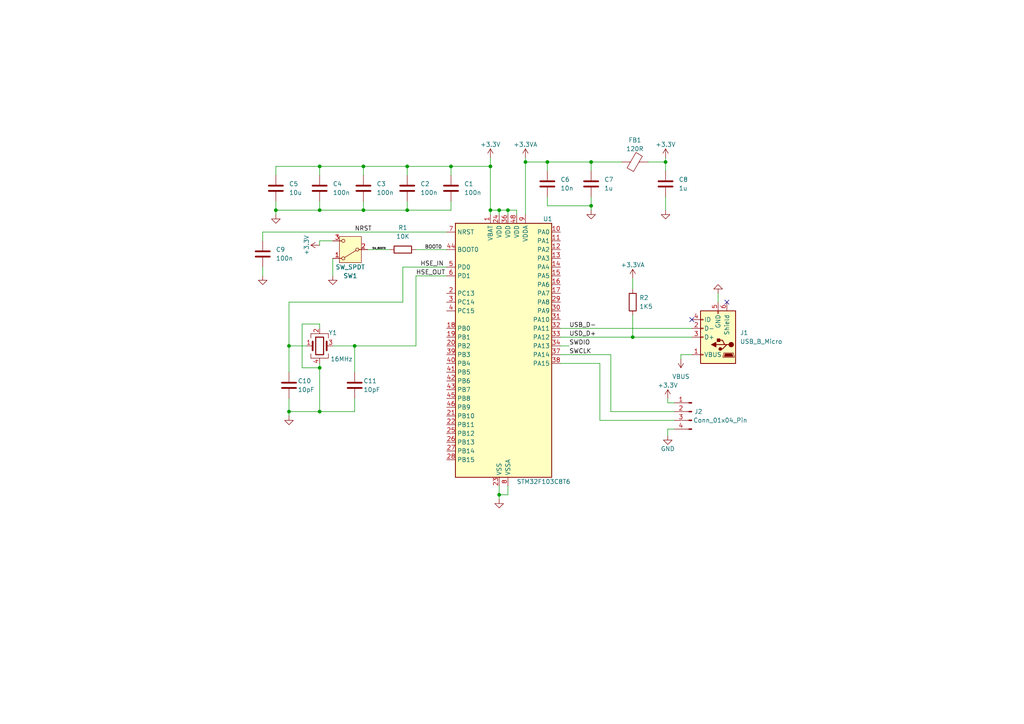
<source format=kicad_sch>
(kicad_sch (version 20230121) (generator eeschema)
  (paper "A4")
  (lib_symbols
    (symbol "Connector:Conn_01x04_Pin" (pin_names (offset 1.016) hide)
      (property "Reference" "J" (at 0 5.08 0))
      (property "Value" "Conn_01x04_Pin" (at 0 -7.62 0))
      (symbol "Conn_01x04_Pin_1_1"
        (polyline (pts (xy 1.27 -5.08) (xy 0.8636 -5.08)) (stroke (width 0.1524)))
        (polyline (pts (xy 1.27 -2.54) (xy 0.8636 -2.54)) (stroke (width 0.1524)))
        (polyline (pts (xy 1.27 0) (xy 0.8636 0)) (stroke (width 0.1524)))
        (polyline (pts (xy 1.27 2.54) (xy 0.8636 2.54)) (stroke (width 0.1524)))
        (rectangle (start 0.8636 -4.953) (end 0 -5.207) (stroke (width 0.1524)) (fill (type outline)))
        (rectangle (start 0.8636 -2.413) (end 0 -2.667) (stroke (width 0.1524)) (fill (type outline)))
        (rectangle (start 0.8636 0.127) (end 0 -0.127) (stroke (width 0.1524)) (fill (type outline)))
        (rectangle (start 0.8636 2.667) (end 0 2.413) (stroke (width 0.1524)) (fill (type outline)))
        (pin passive line (at 5.08 2.54 180) (length 3.81) (name "Pin_1") (number "1"))
        (pin passive line (at 5.08 0 180) (length 3.81) (name "Pin_2") (number "2"))
        (pin passive line (at 5.08 -2.54 180) (length 3.81) (name "Pin_3") (number "3"))
        (pin passive line (at 5.08 -5.08 180) (length 3.81) (name "Pin_4") (number "4"))
      )
    )
    (symbol "Connector:USB_B_Micro" (pin_names (offset 1.016))
      (property "Reference" "J" (at -5.08 11.43 0))
      (property "Value" "USB_B_Micro" (at -5.08 8.89 0))
      (symbol "USB_B_Micro_0_1"
        (rectangle (start -5.08 -7.62) (end 5.08 7.62) (stroke (width 0.254)) (fill (type background)))
        (circle (center -3.81 2.159) (radius 0.635) (stroke (width 0.254)) (fill (type outline)))
        (circle (center -0.635 3.429) (radius 0.381) (stroke (width 0.254)) (fill (type outline)))
        (rectangle (start -0.127 -7.62) (end 0.127 -6.858))
        (polyline (pts (xy -1.905 2.159) (xy 0.635 2.159)) (stroke (width 0.254)))
        (polyline (pts (xy -3.175 2.159) (xy -2.54 2.159) (xy -1.27 3.429) (xy -0.635 3.429)) (stroke (width 0.254)))
        (polyline (pts (xy -2.54 2.159) (xy -1.905 2.159) (xy -1.27 0.889) (xy 0 0.889)) (stroke (width 0.254)))
        (polyline (pts (xy 0.635 2.794) (xy 0.635 1.524) (xy 1.905 2.159) (xy 0.635 2.794)) (stroke (width 0.254)) (fill (type outline)))
        (polyline (pts (xy -4.318 5.588) (xy -1.778 5.588) (xy -2.032 4.826) (xy -4.064 4.826) (xy -4.318 5.588)) (fill (type outline)))
        (polyline (pts (xy -4.699 5.842) (xy -4.699 5.588) (xy -4.445 4.826) (xy -4.445 4.572) (xy -1.651 4.572) (xy -1.651 4.826) (xy -1.397 5.588) (xy -1.397 5.842) (xy -4.699 5.842)))
        (rectangle (start 0.254 1.27) (end -0.508 0.508) (stroke (width 0.254)) (fill (type outline)))
        (rectangle (start 5.08 -5.207) (end 4.318 -4.953))
        (rectangle (start 5.08 -2.667) (end 4.318 -2.413))
        (rectangle (start 5.08 -0.127) (end 4.318 0.127))
        (rectangle (start 5.08 4.953) (end 4.318 5.207))
      )
      (symbol "USB_B_Micro_1_1"
        (pin power_out line (at 7.62 5.08 180) (length 2.54) (name "VBUS") (number "1"))
        (pin bidirectional line (at 7.62 -2.54 180) (length 2.54) (name "D-") (number "2"))
        (pin bidirectional line (at 7.62 0 180) (length 2.54) (name "D+") (number "3"))
        (pin passive line (at 7.62 -5.08 180) (length 2.54) (name "ID") (number "4"))
        (pin power_out line (at 0 -10.16 90) (length 2.54) (name "GND") (number "5"))
        (pin passive line (at -2.54 -10.16 90) (length 2.54) (name "Shield") (number "6"))
      )
    )
    (symbol "Device:C" (pin_numbers hide) (pin_names (offset 0.254))
      (property "Reference" "C" (at 0.635 2.54 0))
      (property "Value" "C" (at 0.635 -2.54 0))
      (symbol "C_0_1"
        (polyline (pts (xy -2.032 -0.762) (xy 2.032 -0.762)) (stroke (width 0.508)))
        (polyline (pts (xy -2.032 0.762) (xy 2.032 0.762)) (stroke (width 0.508)))
      )
      (symbol "C_1_1"
        (pin passive line (at 0 3.81 270) (length 2.794) (name "~") (number "1"))
        (pin passive line (at 0 -3.81 90) (length 2.794) (name "~") (number "2"))
      )
    )
    (symbol "Device:Crystal_GND24" (pin_names (offset 1.016) hide)
      (property "Reference" "Y" (at 3.175 5.08 0))
      (property "Value" "Crystal_GND24" (at 3.175 3.175 0))
      (symbol "Crystal_GND24_0_1"
        (rectangle (start -1.143 2.54) (end 1.143 -2.54) (stroke (width 0.3048)))
        (polyline (pts (xy -2.54 0) (xy -2.032 0)))
        (polyline (pts (xy -2.032 -1.27) (xy -2.032 1.27)) (stroke (width 0.508)))
        (polyline (pts (xy 0 -3.81) (xy 0 -3.556)))
        (polyline (pts (xy 0 3.556) (xy 0 3.81)))
        (polyline (pts (xy 2.032 -1.27) (xy 2.032 1.27)) (stroke (width 0.508)))
        (polyline (pts (xy 2.032 0) (xy 2.54 0)))
        (polyline (pts (xy -2.54 -2.286) (xy -2.54 -3.556) (xy 2.54 -3.556) (xy 2.54 -2.286)))
        (polyline (pts (xy -2.54 2.286) (xy -2.54 3.556) (xy 2.54 3.556) (xy 2.54 2.286)))
      )
      (symbol "Crystal_GND24_1_1"
        (pin passive line (at -3.81 0 0) (length 1.27) (name "1") (number "1"))
        (pin passive line (at 0 5.08 270) (length 1.27) (name "2") (number "2"))
        (pin passive line (at 3.81 0 180) (length 1.27) (name "3") (number "3"))
        (pin passive line (at 0 -5.08 90) (length 1.27) (name "4") (number "4"))
      )
    )
    (symbol "Device:FerriteBead" (pin_numbers hide) (pin_names (offset 0))
      (property "Reference" "FB" (at -3.81 0.635 90))
      (property "Value" "FerriteBead" (at 3.81 0 90))
      (symbol "FerriteBead_0_1"
        (polyline (pts (xy 0 -1.27) (xy 0 -1.2192)))
        (polyline (pts (xy 0 1.27) (xy 0 1.2954)))
        (polyline (pts (xy -2.7686 0.4064) (xy -1.7018 2.2606) (xy 2.7686 -0.3048) (xy 1.6764 -2.159) (xy -2.7686 0.4064)))
      )
      (symbol "FerriteBead_1_1"
        (pin passive line (at 0 3.81 270) (length 2.54) (name "~") (number "1"))
        (pin passive line (at 0 -3.81 90) (length 2.54) (name "~") (number "2"))
      )
    )
    (symbol "Device:R" (pin_numbers hide) (pin_names (offset 0))
      (property "Reference" "R" (at 2.032 0 90))
      (property "Value" "R" (at 0 0 90))
      (symbol "R_0_1"
        (rectangle (start -1.016 -2.54) (end 1.016 2.54) (stroke (width 0.254)))
      )
      (symbol "R_1_1"
        (pin passive line (at 0 3.81 270) (length 1.27) (name "~") (number "1"))
        (pin passive line (at 0 -3.81 90) (length 1.27) (name "~") (number "2"))
      )
    )
    (symbol "MCU_ST_STM32F1:STM32F103C8Tx"
      (property "Reference" "U" (at -12.7 39.37 0))
      (property "Value" "STM32F103C8Tx" (at 10.16 39.37 0))
      (symbol "STM32F103C8Tx_0_1"
        (rectangle (start -12.7 -35.56) (end 15.24 38.1) (stroke (width 0.254)) (fill (type background)))
      )
      (symbol "STM32F103C8Tx_1_1"
        (pin power_in line (at -2.54 40.64 270) (length 2.54) (name "VBAT") (number "1"))
        (pin bidirectional line (at 17.78 35.56 180) (length 2.54) (name "PA0") (number "10"))
        (pin bidirectional line (at 17.78 33.02 180) (length 2.54) (name "PA1") (number "11"))
        (pin bidirectional line (at 17.78 30.48 180) (length 2.54) (name "PA2") (number "12"))
        (pin bidirectional line (at 17.78 27.94 180) (length 2.54) (name "PA3") (number "13"))
        (pin bidirectional line (at 17.78 25.4 180) (length 2.54) (name "PA4") (number "14"))
        (pin bidirectional line (at 17.78 22.86 180) (length 2.54) (name "PA5") (number "15"))
        (pin bidirectional line (at 17.78 20.32 180) (length 2.54) (name "PA6") (number "16"))
        (pin bidirectional line (at 17.78 17.78 180) (length 2.54) (name "PA7") (number "17"))
        (pin bidirectional line (at -15.24 7.62 0) (length 2.54) (name "PB0") (number "18"))
        (pin bidirectional line (at -15.24 5.08 0) (length 2.54) (name "PB1") (number "19"))
        (pin bidirectional line (at -15.24 17.78 0) (length 2.54) (name "PC13") (number "2"))
        (pin bidirectional line (at -15.24 2.54 0) (length 2.54) (name "PB2") (number "20"))
        (pin bidirectional line (at -15.24 -17.78 0) (length 2.54) (name "PB10") (number "21"))
        (pin bidirectional line (at -15.24 -20.32 0) (length 2.54) (name "PB11") (number "22"))
        (pin power_in line (at 0 -38.1 90) (length 2.54) (name "VSS") (number "23"))
        (pin power_in line (at 0 40.64 270) (length 2.54) (name "VDD") (number "24"))
        (pin bidirectional line (at -15.24 -22.86 0) (length 2.54) (name "PB12") (number "25"))
        (pin bidirectional line (at -15.24 -25.4 0) (length 2.54) (name "PB13") (number "26"))
        (pin bidirectional line (at -15.24 -27.94 0) (length 2.54) (name "PB14") (number "27"))
        (pin bidirectional line (at -15.24 -30.48 0) (length 2.54) (name "PB15") (number "28"))
        (pin bidirectional line (at 17.78 15.24 180) (length 2.54) (name "PA8") (number "29"))
        (pin bidirectional line (at -15.24 15.24 0) (length 2.54) (name "PC14") (number "3"))
        (pin bidirectional line (at 17.78 12.7 180) (length 2.54) (name "PA9") (number "30"))
        (pin bidirectional line (at 17.78 10.16 180) (length 2.54) (name "PA10") (number "31"))
        (pin bidirectional line (at 17.78 7.62 180) (length 2.54) (name "PA11") (number "32"))
        (pin bidirectional line (at 17.78 5.08 180) (length 2.54) (name "PA12") (number "33"))
        (pin bidirectional line (at 17.78 2.54 180) (length 2.54) (name "PA13") (number "34"))
        (pin passive line (at 0 -38.1 90) (length 2.54) hide (name "VSS") (number "35"))
        (pin power_in line (at 2.54 40.64 270) (length 2.54) (name "VDD") (number "36"))
        (pin bidirectional line (at 17.78 0 180) (length 2.54) (name "PA14") (number "37"))
        (pin bidirectional line (at 17.78 -2.54 180) (length 2.54) (name "PA15") (number "38"))
        (pin bidirectional line (at -15.24 0 0) (length 2.54) (name "PB3") (number "39"))
        (pin bidirectional line (at -15.24 12.7 0) (length 2.54) (name "PC15") (number "4"))
        (pin bidirectional line (at -15.24 -2.54 0) (length 2.54) (name "PB4") (number "40"))
        (pin bidirectional line (at -15.24 -5.08 0) (length 2.54) (name "PB5") (number "41"))
        (pin bidirectional line (at -15.24 -7.62 0) (length 2.54) (name "PB6") (number "42"))
        (pin bidirectional line (at -15.24 -10.16 0) (length 2.54) (name "PB7") (number "43"))
        (pin input line (at -15.24 30.48 0) (length 2.54) (name "BOOT0") (number "44"))
        (pin bidirectional line (at -15.24 -12.7 0) (length 2.54) (name "PB8") (number "45"))
        (pin bidirectional line (at -15.24 -15.24 0) (length 2.54) (name "PB9") (number "46"))
        (pin passive line (at 0 -38.1 90) (length 2.54) hide (name "VSS") (number "47"))
        (pin power_in line (at 5.08 40.64 270) (length 2.54) (name "VDD") (number "48"))
        (pin bidirectional line (at -15.24 25.4 0) (length 2.54) (name "PD0") (number "5"))
        (pin bidirectional line (at -15.24 22.86 0) (length 2.54) (name "PD1") (number "6"))
        (pin input line (at -15.24 35.56 0) (length 2.54) (name "NRST") (number "7"))
        (pin power_in line (at 2.54 -38.1 90) (length 2.54) (name "VSSA") (number "8"))
        (pin power_in line (at 7.62 40.64 270) (length 2.54) (name "VDDA") (number "9"))
      )
    )
    (symbol "Switch:SW_SPDT" (pin_names (offset 0) hide)
      (property "Reference" "SW" (at 0 5.08 0))
      (property "Value" "SW_SPDT" (at 0 -5.08 0))
      (symbol "SW_SPDT_0_1"
        (circle (center -2.032 0) (radius 0.4572))
        (polyline (pts (xy -1.651 0.254) (xy 1.651 2.286)))
        (circle (center 2.032 -2.54) (radius 0.4572))
        (circle (center 2.032 2.54) (radius 0.4572))
      )
      (symbol "SW_SPDT_1_1"
        (rectangle (start -3.175 3.81) (end 3.175 -3.81) (fill (type background)))
        (pin passive line (at 5.08 2.54 180) (length 2.54) (name "A") (number "1"))
        (pin passive line (at -5.08 0 0) (length 2.54) (name "B") (number "2"))
        (pin passive line (at 5.08 -2.54 180) (length 2.54) (name "C") (number "3"))
      )
    )
    (symbol "power:+3.3V" (power) (pin_names (offset 0))
      (property "Value" "+3.3V" (at 0 3.556 0))
      (symbol "+3.3V_0_1"
        (polyline (pts (xy -0.762 1.27) (xy 0 2.54)))
        (polyline (pts (xy 0 0) (xy 0 2.54)))
        (polyline (pts (xy 0 2.54) (xy 0.762 1.27)))
      )
      (symbol "+3.3V_1_1"
        (pin power_in line (at 0 0 90) (length 0) hide (name "+3.3V") (number "1"))
      )
    )
    (symbol "power:+3.3VA" (power) (pin_names (offset 0))
      (property "Value" "+3.3VA" (at 0 3.556 0))
      (symbol "+3.3VA_0_1"
        (polyline (pts (xy -0.762 1.27) (xy 0 2.54)))
        (polyline (pts (xy 0 0) (xy 0 2.54)))
        (polyline (pts (xy 0 2.54) (xy 0.762 1.27)))
      )
      (symbol "+3.3VA_1_1"
        (pin power_in line (at 0 0 90) (length 0) hide (name "+3.3VA") (number "1"))
      )
    )
    (symbol "power:GND" (power) (pin_names (offset 0))
      (property "Value" "GND" (at 0 -3.81 0))
      (symbol "GND_0_1"
        (polyline (pts (xy 0 0) (xy 0 -1.27) (xy 1.27 -1.27) (xy 0 -2.54) (xy -1.27 -1.27) (xy 0 -1.27)))
      )
      (symbol "GND_1_1"
        (pin power_in line (at 0 0 270) (length 0) hide (name "GND") (number "1"))
      )
    )
    (symbol "power:VBUS" (power) (pin_names (offset 0))
      (property "Value" "VBUS" (at 0 3.81 0))
      (symbol "VBUS_0_1"
        (polyline (pts (xy -0.762 1.27) (xy 0 2.54)))
        (polyline (pts (xy 0 0) (xy 0 2.54)))
        (polyline (pts (xy 0 2.54) (xy 0.762 1.27)))
      )
      (symbol "VBUS_1_1"
        (pin power_in line (at 0 0 90) (length 0) hide (name "VBUS") (number "1"))
      )
    )
  )
  (junction (at 142.24 48.26))
  (junction (at 152.4 46.99))
  (junction (at 193.04 46.99))
  (junction (at 158.75 46.99))
  (junction (at 171.45 46.99))
  (junction (at 144.78 60.96))
  (junction (at 147.32 60.96))
  (junction (at 92.71 48.26))
  (junction (at 102.87 100.33))
  (junction (at 92.71 60.96))
  (junction (at 144.78 143.51))
  (junction (at 105.41 48.26))
  (junction (at 92.71 106.68))
  (junction (at 118.11 60.96))
  (junction (at 171.45 59.69))
  (junction (at 118.11 48.26))
  (junction (at 83.82 119.38))
  (junction (at 80.01 60.96))
  (junction (at 92.71 119.38))
  (junction (at 130.81 48.26))
  (junction (at 183.515 97.79))
  (junction (at 83.82 100.33))
  (junction (at 105.41 60.96))
  (junction (at 142.24 60.96))
  (no_connect (at 210.82 87.63))
  (no_connect (at 200.66 92.71))
  (wire (pts (xy 92.71 119.38) (xy 102.87 119.38)))
  (wire (pts (xy 118.11 58.42) (xy 118.11 60.96)))
  (wire (pts (xy 171.45 46.99) (xy 158.75 46.99)))
  (wire (pts (xy 102.87 100.33) (xy 120.65 100.33)))
  (wire (pts (xy 208.28 85.09) (xy 208.28 87.63)))
  (wire (pts (xy 173.99 121.92) (xy 173.99 105.41)))
  (wire (pts (xy 92.71 69.85) (xy 96.52 69.85)))
  (wire (pts (xy 162.56 100.33) (xy 165.1 100.33)))
  (wire (pts (xy 177.165 119.38) (xy 177.165 102.87)))
  (wire (pts (xy 83.82 87.63) (xy 116.84 87.63)))
  (wire (pts (xy 144.78 140.97) (xy 144.78 143.51)))
  (wire (pts (xy 149.86 60.96) (xy 149.86 62.23)))
  (wire (pts (xy 142.24 60.96) (xy 144.78 60.96)))
  (wire (pts (xy 80.01 60.96) (xy 80.01 62.23)))
  (wire (pts (xy 171.45 46.99) (xy 171.45 49.53)))
  (wire (pts (xy 80.01 58.42) (xy 80.01 60.96)))
  (wire (pts (xy 162.56 102.87) (xy 177.165 102.87)))
  (wire (pts (xy 144.78 144.78) (xy 144.78 143.51)))
  (wire (pts (xy 102.87 119.38) (xy 102.87 115.57)))
  (wire (pts (xy 130.81 48.26) (xy 130.81 50.8)))
  (wire (pts (xy 195.58 119.38) (xy 177.165 119.38)))
  (wire (pts (xy 152.4 46.99) (xy 158.75 46.99)))
  (wire (pts (xy 92.71 93.98) (xy 87.63 93.98)))
  (wire (pts (xy 183.515 97.79) (xy 200.66 97.79)))
  (wire (pts (xy 147.32 60.96) (xy 149.86 60.96)))
  (wire (pts (xy 193.04 57.15) (xy 193.04 60.96)))
  (wire (pts (xy 83.82 115.57) (xy 83.82 119.38)))
  (wire (pts (xy 118.11 48.26) (xy 118.11 50.8)))
  (wire (pts (xy 106.68 72.39) (xy 113.03 72.39)))
  (wire (pts (xy 144.78 143.51) (xy 147.32 143.51)))
  (wire (pts (xy 120.65 100.33) (xy 120.65 80.01)))
  (wire (pts (xy 87.63 93.98) (xy 87.63 106.68)))
  (wire (pts (xy 171.45 59.69) (xy 158.75 59.69)))
  (wire (pts (xy 183.515 80.645) (xy 183.515 83.82)))
  (wire (pts (xy 80.01 60.96) (xy 92.71 60.96)))
  (wire (pts (xy 142.24 48.26) (xy 142.24 60.96)))
  (wire (pts (xy 96.52 100.33) (xy 102.87 100.33)))
  (wire (pts (xy 162.56 97.79) (xy 183.515 97.79)))
  (wire (pts (xy 197.485 102.87) (xy 200.66 102.87)))
  (wire (pts (xy 147.32 140.97) (xy 147.32 143.51)))
  (wire (pts (xy 105.41 58.42) (xy 105.41 60.96)))
  (wire (pts (xy 105.41 48.26) (xy 105.41 50.8)))
  (wire (pts (xy 76.2 77.47) (xy 76.2 80.01)))
  (wire (pts (xy 96.52 74.93) (xy 96.52 80.01)))
  (wire (pts (xy 158.75 57.15) (xy 158.75 59.69)))
  (wire (pts (xy 147.32 60.96) (xy 147.32 62.23)))
  (wire (pts (xy 83.82 119.38) (xy 83.82 120.65)))
  (wire (pts (xy 162.56 95.25) (xy 200.66 95.25)))
  (wire (pts (xy 142.24 60.96) (xy 142.24 62.23)))
  (wire (pts (xy 193.675 116.84) (xy 195.58 116.84)))
  (wire (pts (xy 152.4 45.72) (xy 152.4 46.99)))
  (wire (pts (xy 193.675 115.57) (xy 193.675 116.84)))
  (wire (pts (xy 171.45 46.99) (xy 180.34 46.99)))
  (wire (pts (xy 193.675 124.46) (xy 195.58 124.46)))
  (wire (pts (xy 92.71 60.96) (xy 105.41 60.96)))
  (wire (pts (xy 116.84 87.63) (xy 116.84 77.47)))
  (wire (pts (xy 193.04 46.99) (xy 193.04 49.53)))
  (wire (pts (xy 158.75 46.99) (xy 158.75 49.53)))
  (wire (pts (xy 102.87 100.33) (xy 102.87 107.95)))
  (wire (pts (xy 92.71 69.85) (xy 92.71 71.12)))
  (wire (pts (xy 120.65 80.01) (xy 129.54 80.01)))
  (wire (pts (xy 197.485 104.14) (xy 197.485 102.87)))
  (wire (pts (xy 130.81 48.26) (xy 118.11 48.26)))
  (wire (pts (xy 92.71 58.42) (xy 92.71 60.96)))
  (wire (pts (xy 130.81 58.42) (xy 130.81 60.96)))
  (wire (pts (xy 142.24 45.72) (xy 142.24 48.26)))
  (wire (pts (xy 105.41 60.96) (xy 118.11 60.96)))
  (wire (pts (xy 118.11 48.26) (xy 105.41 48.26)))
  (wire (pts (xy 83.82 119.38) (xy 92.71 119.38)))
  (wire (pts (xy 92.71 106.68) (xy 92.71 105.41)))
  (wire (pts (xy 120.65 72.39) (xy 129.54 72.39)))
  (wire (pts (xy 130.81 48.26) (xy 142.24 48.26)))
  (wire (pts (xy 116.84 77.47) (xy 129.54 77.47)))
  (wire (pts (xy 152.4 46.99) (xy 152.4 62.23)))
  (wire (pts (xy 144.78 60.96) (xy 147.32 60.96)))
  (wire (pts (xy 144.78 60.96) (xy 144.78 62.23)))
  (wire (pts (xy 92.71 48.26) (xy 80.01 48.26)))
  (wire (pts (xy 195.58 121.92) (xy 173.99 121.92)))
  (wire (pts (xy 92.71 48.26) (xy 92.71 50.8)))
  (wire (pts (xy 193.675 126.365) (xy 193.675 124.46)))
  (wire (pts (xy 118.11 60.96) (xy 130.81 60.96)))
  (wire (pts (xy 183.515 91.44) (xy 183.515 97.79)))
  (wire (pts (xy 92.71 95.25) (xy 92.71 93.98)))
  (wire (pts (xy 105.41 48.26) (xy 92.71 48.26)))
  (wire (pts (xy 171.45 59.69) (xy 171.45 60.96)))
  (wire (pts (xy 171.45 57.15) (xy 171.45 59.69)))
  (wire (pts (xy 173.99 105.41) (xy 162.56 105.41)))
  (wire (pts (xy 92.71 106.68) (xy 92.71 119.38)))
  (wire (pts (xy 187.96 46.99) (xy 193.04 46.99)))
  (wire (pts (xy 193.04 45.72) (xy 193.04 46.99)))
  (wire (pts (xy 76.2 67.31) (xy 129.54 67.31)))
  (wire (pts (xy 87.63 106.68) (xy 92.71 106.68)))
  (wire (pts (xy 83.82 87.63) (xy 83.82 100.33)))
  (wire (pts (xy 76.2 67.31) (xy 76.2 69.85)))
  (wire (pts (xy 80.01 48.26) (xy 80.01 50.8)))
  (wire (pts (xy 83.82 100.33) (xy 83.82 107.95)))
  (wire (pts (xy 83.82 100.33) (xy 88.9 100.33)))
  (label "SW_BOOT0" (at 107.95 72.39 0) (effects (font (size 0.5 0.5))))
  (label "USD_D+" (at 165.1 97.79 0))
  (label "HSE_IN" (at 121.92 77.47 0))
  (label "BOOT0" (at 123.19 72.39 0) (effects (font (size 1 1))))
  (label "USB_D-" (at 165.1 95.25 0))
  (label "SWCLK" (at 165.1 102.87 0))
  (label "HSE_OUT" (at 120.65 80.01 0))
  (label "SWDIO" (at 165.1 100.33 0))
  (label "NRST" (at 102.87 67.31 0))
  (symbol (lib_id "Device:C") (at 118.11 54.61 0) (unit 1)
    (property "Reference" "C2" (at 121.92 53.34 0) (effects (justify left)))
    (property "Value" "100n" (at 121.92 55.88 0) (effects (justify left)))
  )
  (symbol (lib_id "power:+3.3V") (at 142.24 45.72 0) (unit 1)
    (property "Reference" "#PWR02" (effects hide))
    (property "Value" "+3.3V" (at 142.24 41.91 0))
  )
  (symbol (lib_id "power:GND") (at 96.52 80.01 0) (unit 1)
    (property "Reference" "#PWR09" (effects hide))
    (property "Value" "GND" (effects hide))
  )
  (symbol (lib_id "Connector:USB_B_Micro") (at 208.28 97.79 180) (unit 1)
    (property "Reference" "J1" (at 214.63 96.52 0) (effects (justify right)))
    (property "Value" "USB_B_Micro" (at 214.63 99.06 0) (effects (justify right)))
  )
  (symbol (lib_id "Device:C") (at 80.01 54.61 0) (unit 1)
    (property "Reference" "C5" (at 83.82 53.34 0) (effects (justify left)))
    (property "Value" "10u" (at 83.82 55.88 0) (effects (justify left)))
  )
  (symbol (lib_id "MCU_ST_STM32F1:STM32F103C8Tx") (at 144.78 102.87 0) (unit 1)
    (property "Reference" "U1" (at 157.48 63.5 0) (effects (justify left)))
    (property "Value" "STM32F103C8T6" (at 149.86 139.7 0) (effects (justify left)))
    (property "Footprint" "Package_QFP:LQFP-48_7x7mm_P0.5mm" (effects hide))
    (property "Datasheet" "https://www.st.com/resource/en/datasheet/stm32f103c8.pdf" (effects hide))
  )
  (symbol (lib_id "power:+3.3V") (at 92.71 71.12 90) (unit 1)
    (property "Reference" "#PWR010" (effects hide))
    (property "Value" "+3.3V" (at 88.9 71.12 0))
  )
  (symbol (lib_id "power:+3.3VA") (at 183.515 80.645 0) (unit 1)
    (property "Reference" "#PWR014" (effects hide))
    (property "Value" "+3.3VA" (at 183.515 76.835 0))
  )
  (symbol (lib_id "power:GND") (at 193.04 60.96 0) (unit 1)
    (property "Reference" "#PWR06" (effects hide))
    (property "Value" "GND" (effects hide))
  )
  (symbol (lib_id "power:+3.3V") (at 193.04 45.72 0) (unit 1)
    (property "Reference" "#PWR07" (effects hide))
    (property "Value" "+3.3V" (at 193.04 41.91 0))
  )
  (symbol (lib_id "power:GND") (at 80.01 62.23 0) (unit 1)
    (property "Reference" "#PWR03" (effects hide))
    (property "Value" "GND" (effects hide))
  )
  (symbol (lib_id "power:GND") (at 208.28 85.09 180) (unit 1)
    (property "Reference" "#PWR012" (effects hide))
    (property "Value" "GND" (effects hide))
  )
  (symbol (lib_id "Device:C") (at 92.71 54.61 0) (unit 1)
    (property "Reference" "C4" (at 96.52 53.34 0) (effects (justify left)))
    (property "Value" "100n" (at 96.52 55.88 0) (effects (justify left)))
  )
  (symbol (lib_id "Device:C") (at 76.2 73.66 0) (unit 1)
    (property "Reference" "C9" (at 80.01 72.39 0) (effects (justify left)))
    (property "Value" "100n" (at 80.01 74.93 0) (effects (justify left)))
  )
  (symbol (lib_id "Device:C") (at 130.81 54.61 0) (unit 1)
    (property "Reference" "C1" (at 134.62 53.34 0) (effects (justify left)))
    (property "Value" "100n" (at 134.62 55.88 0) (effects (justify left)))
  )
  (symbol (lib_id "Device:C") (at 158.75 53.34 0) (unit 1)
    (property "Reference" "C6" (at 162.56 52.07 0) (effects (justify left)))
    (property "Value" "10n" (at 162.56 54.61 0) (effects (justify left)))
  )
  (symbol (lib_id "Device:R") (at 183.515 87.63 0) (unit 1)
    (property "Reference" "R2" (at 185.42 86.36 0) (effects (justify left)))
    (property "Value" "1K5" (at 185.42 88.9 0) (effects (justify left)))
  )
  (symbol (lib_id "power:GND") (at 144.78 144.78 0) (unit 1)
    (property "Reference" "#PWR01" (effects hide))
    (property "Value" "GND" (effects hide))
  )
  (symbol (lib_id "power:GND") (at 83.82 120.65 0) (unit 1)
    (property "Reference" "#PWR011" (effects hide))
    (property "Value" "GND" (effects hide))
  )
  (symbol (lib_id "power:GND") (at 171.45 60.96 0) (unit 1)
    (property "Reference" "#PWR05" (effects hide))
    (property "Value" "GND" (effects hide))
  )
  (symbol (lib_id "power:GND") (at 76.2 80.01 0) (unit 1)
    (property "Reference" "#PWR08" (effects hide))
    (property "Value" "GND" (effects hide))
  )
  (symbol (lib_id "Device:R") (at 116.84 72.39 270) (unit 1)
    (property "Reference" "R1" (at 116.84 66.04 90))
    (property "Value" "10K" (at 116.84 68.58 90))
  )
  (symbol (lib_id "Switch:SW_SPDT") (at 101.6 72.39 180) (unit 1)
    (property "Reference" "SW1" (at 101.6 80.01 0))
    (property "Value" "SW_SPDT" (at 101.6 77.47 0))
  )
  (symbol (lib_id "Device:C") (at 102.87 111.76 0) (unit 1)
    (property "Reference" "C11" (at 105.41 110.49 0) (effects (justify left)))
    (property "Value" "10pF" (at 105.41 113.03 0) (effects (justify left)))
  )
  (symbol (lib_id "Device:C") (at 171.45 53.34 0) (unit 1)
    (property "Reference" "C7" (at 175.26 52.07 0) (effects (justify left)))
    (property "Value" "1u" (at 175.26 54.61 0) (effects (justify left)))
  )
  (symbol (lib_id "Device:C") (at 193.04 53.34 0) (unit 1)
    (property "Reference" "C8" (at 196.85 52.07 0) (effects (justify left)))
    (property "Value" "1u" (at 196.85 54.61 0) (effects (justify left)))
  )
  (symbol (lib_id "power:VBUS") (at 197.485 104.14 180) (unit 1)
    (property "Reference" "#PWR013" (effects hide))
    (property "Value" "VBUS" (at 197.485 109.22 0))
  )
  (symbol (lib_id "Device:C") (at 105.41 54.61 0) (unit 1)
    (property "Reference" "C3" (at 109.22 53.34 0) (effects (justify left)))
    (property "Value" "100n" (at 109.22 55.88 0) (effects (justify left)))
  )
  (symbol (lib_id "power:+3.3V") (at 193.675 115.57 0) (unit 1)
    (property "Reference" "#PWR015" (effects hide))
    (property "Value" "+3.3V" (at 193.675 111.76 0))
  )
  (symbol (lib_id "power:GND") (at 193.675 126.365 0) (unit 1)
    (property "Reference" "#PWR016" (effects hide))
    (property "Value" "GND" (at 193.675 130.175 0))
  )
  (symbol (lib_id "Device:C") (at 83.82 111.76 0) (unit 1)
    (property "Reference" "C10" (at 86.36 110.49 0) (effects (justify left)))
    (property "Value" "10pF" (at 86.36 113.03 0) (effects (justify left)))
  )
  (symbol (lib_id "power:+3.3VA") (at 152.4 45.72 0) (unit 1)
    (property "Reference" "#PWR04" (effects hide))
    (property "Value" "+3.3VA" (at 152.4 41.91 0))
  )
  (symbol (lib_id "Connector:Conn_01x04_Pin") (at 200.66 119.38 0) (mirror y) (unit 1)
    (property "Reference" "J2" (at 202.565 119.38 0))
    (property "Value" "Conn_01x04_Pin" (at 208.915 121.92 0))
  )
  (symbol (lib_id "Device:FerriteBead") (at 184.15 46.99 90) (unit 1)
    (property "Reference" "FB1" (at 184.15 40.64 90))
    (property "Value" "120R" (at 184.15 43.18 90))
  )
  (symbol (lib_id "Device:Crystal_GND24") (at 92.71 100.33 0) (unit 1)
    (property "Reference" "Y1" (at 96.52 96.52 0))
    (property "Value" "16MHz" (at 99.06 104.14 0))
  )
)
</source>
